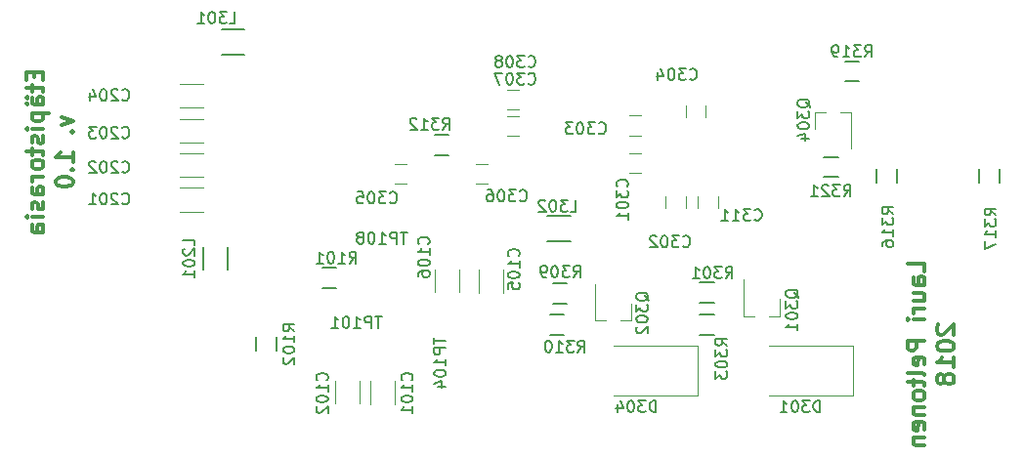
<source format=gbo>
G04 #@! TF.GenerationSoftware,KiCad,Pcbnew,(5.0.0)*
G04 #@! TF.CreationDate,2018-10-12T21:11:17+03:00*
G04 #@! TF.ProjectId,Pistoke,506973746F6B652E6B696361645F7063,rev?*
G04 #@! TF.SameCoordinates,Original*
G04 #@! TF.FileFunction,Legend,Bot*
G04 #@! TF.FilePolarity,Positive*
%FSLAX46Y46*%
G04 Gerber Fmt 4.6, Leading zero omitted, Abs format (unit mm)*
G04 Created by KiCad (PCBNEW (5.0.0)) date 10/12/18 21:11:17*
%MOMM*%
%LPD*%
G01*
G04 APERTURE LIST*
%ADD10C,0.300000*%
%ADD11C,0.120000*%
%ADD12C,0.150000*%
G04 APERTURE END LIST*
D10*
X134063571Y-87461428D02*
X134063571Y-86747142D01*
X132563571Y-86747142D01*
X134063571Y-88604285D02*
X133277857Y-88604285D01*
X133135000Y-88532857D01*
X133063571Y-88390000D01*
X133063571Y-88104285D01*
X133135000Y-87961428D01*
X133992142Y-88604285D02*
X134063571Y-88461428D01*
X134063571Y-88104285D01*
X133992142Y-87961428D01*
X133849285Y-87890000D01*
X133706428Y-87890000D01*
X133563571Y-87961428D01*
X133492142Y-88104285D01*
X133492142Y-88461428D01*
X133420714Y-88604285D01*
X133063571Y-89961428D02*
X134063571Y-89961428D01*
X133063571Y-89318571D02*
X133849285Y-89318571D01*
X133992142Y-89390000D01*
X134063571Y-89532857D01*
X134063571Y-89747142D01*
X133992142Y-89890000D01*
X133920714Y-89961428D01*
X134063571Y-90675714D02*
X133063571Y-90675714D01*
X133349285Y-90675714D02*
X133206428Y-90747142D01*
X133135000Y-90818571D01*
X133063571Y-90961428D01*
X133063571Y-91104285D01*
X134063571Y-91604285D02*
X133063571Y-91604285D01*
X132563571Y-91604285D02*
X132635000Y-91532857D01*
X132706428Y-91604285D01*
X132635000Y-91675714D01*
X132563571Y-91604285D01*
X132706428Y-91604285D01*
X134063571Y-93461428D02*
X132563571Y-93461428D01*
X132563571Y-94032857D01*
X132635000Y-94175714D01*
X132706428Y-94247142D01*
X132849285Y-94318571D01*
X133063571Y-94318571D01*
X133206428Y-94247142D01*
X133277857Y-94175714D01*
X133349285Y-94032857D01*
X133349285Y-93461428D01*
X133992142Y-95532857D02*
X134063571Y-95390000D01*
X134063571Y-95104285D01*
X133992142Y-94961428D01*
X133849285Y-94890000D01*
X133277857Y-94890000D01*
X133135000Y-94961428D01*
X133063571Y-95104285D01*
X133063571Y-95390000D01*
X133135000Y-95532857D01*
X133277857Y-95604285D01*
X133420714Y-95604285D01*
X133563571Y-94890000D01*
X134063571Y-96461428D02*
X133992142Y-96318571D01*
X133849285Y-96247142D01*
X132563571Y-96247142D01*
X133063571Y-96818571D02*
X133063571Y-97390000D01*
X132563571Y-97032857D02*
X133849285Y-97032857D01*
X133992142Y-97104285D01*
X134063571Y-97247142D01*
X134063571Y-97390000D01*
X134063571Y-98104285D02*
X133992142Y-97961428D01*
X133920714Y-97890000D01*
X133777857Y-97818571D01*
X133349285Y-97818571D01*
X133206428Y-97890000D01*
X133135000Y-97961428D01*
X133063571Y-98104285D01*
X133063571Y-98318571D01*
X133135000Y-98461428D01*
X133206428Y-98532857D01*
X133349285Y-98604285D01*
X133777857Y-98604285D01*
X133920714Y-98532857D01*
X133992142Y-98461428D01*
X134063571Y-98318571D01*
X134063571Y-98104285D01*
X133063571Y-99247142D02*
X134063571Y-99247142D01*
X133206428Y-99247142D02*
X133135000Y-99318571D01*
X133063571Y-99461428D01*
X133063571Y-99675714D01*
X133135000Y-99818571D01*
X133277857Y-99890000D01*
X134063571Y-99890000D01*
X133992142Y-101175714D02*
X134063571Y-101032857D01*
X134063571Y-100747142D01*
X133992142Y-100604285D01*
X133849285Y-100532857D01*
X133277857Y-100532857D01*
X133135000Y-100604285D01*
X133063571Y-100747142D01*
X133063571Y-101032857D01*
X133135000Y-101175714D01*
X133277857Y-101247142D01*
X133420714Y-101247142D01*
X133563571Y-100532857D01*
X133063571Y-101890000D02*
X134063571Y-101890000D01*
X133206428Y-101890000D02*
X133135000Y-101961428D01*
X133063571Y-102104285D01*
X133063571Y-102318571D01*
X133135000Y-102461428D01*
X133277857Y-102532857D01*
X134063571Y-102532857D01*
X135256428Y-92068571D02*
X135185000Y-92140000D01*
X135113571Y-92282857D01*
X135113571Y-92640000D01*
X135185000Y-92782857D01*
X135256428Y-92854285D01*
X135399285Y-92925714D01*
X135542142Y-92925714D01*
X135756428Y-92854285D01*
X136613571Y-91997142D01*
X136613571Y-92925714D01*
X135113571Y-93854285D02*
X135113571Y-93997142D01*
X135185000Y-94140000D01*
X135256428Y-94211428D01*
X135399285Y-94282857D01*
X135685000Y-94354285D01*
X136042142Y-94354285D01*
X136327857Y-94282857D01*
X136470714Y-94211428D01*
X136542142Y-94140000D01*
X136613571Y-93997142D01*
X136613571Y-93854285D01*
X136542142Y-93711428D01*
X136470714Y-93640000D01*
X136327857Y-93568571D01*
X136042142Y-93497142D01*
X135685000Y-93497142D01*
X135399285Y-93568571D01*
X135256428Y-93640000D01*
X135185000Y-93711428D01*
X135113571Y-93854285D01*
X136613571Y-95782857D02*
X136613571Y-94925714D01*
X136613571Y-95354285D02*
X135113571Y-95354285D01*
X135327857Y-95211428D01*
X135470714Y-95068571D01*
X135542142Y-94925714D01*
X135756428Y-96640000D02*
X135685000Y-96497142D01*
X135613571Y-96425714D01*
X135470714Y-96354285D01*
X135399285Y-96354285D01*
X135256428Y-96425714D01*
X135185000Y-96497142D01*
X135113571Y-96640000D01*
X135113571Y-96925714D01*
X135185000Y-97068571D01*
X135256428Y-97140000D01*
X135399285Y-97211428D01*
X135470714Y-97211428D01*
X135613571Y-97140000D01*
X135685000Y-97068571D01*
X135756428Y-96925714D01*
X135756428Y-96640000D01*
X135827857Y-96497142D01*
X135899285Y-96425714D01*
X136042142Y-96354285D01*
X136327857Y-96354285D01*
X136470714Y-96425714D01*
X136542142Y-96497142D01*
X136613571Y-96640000D01*
X136613571Y-96925714D01*
X136542142Y-97068571D01*
X136470714Y-97140000D01*
X136327857Y-97211428D01*
X136042142Y-97211428D01*
X135899285Y-97140000D01*
X135827857Y-97068571D01*
X135756428Y-96925714D01*
X56917857Y-70145714D02*
X56917857Y-70645714D01*
X57703571Y-70860000D02*
X57703571Y-70145714D01*
X56203571Y-70145714D01*
X56203571Y-70860000D01*
X56703571Y-71288571D02*
X56703571Y-71860000D01*
X56203571Y-71502857D02*
X57489285Y-71502857D01*
X57632142Y-71574285D01*
X57703571Y-71717142D01*
X57703571Y-71860000D01*
X57703571Y-73002857D02*
X56917857Y-73002857D01*
X56775000Y-72931428D01*
X56703571Y-72788571D01*
X56703571Y-72502857D01*
X56775000Y-72360000D01*
X57632142Y-73002857D02*
X57703571Y-72860000D01*
X57703571Y-72502857D01*
X57632142Y-72360000D01*
X57489285Y-72288571D01*
X57346428Y-72288571D01*
X57203571Y-72360000D01*
X57132142Y-72502857D01*
X57132142Y-72860000D01*
X57060714Y-73002857D01*
X56203571Y-72360000D02*
X56275000Y-72431428D01*
X56346428Y-72360000D01*
X56275000Y-72288571D01*
X56203571Y-72360000D01*
X56346428Y-72360000D01*
X56203571Y-72931428D02*
X56275000Y-73002857D01*
X56346428Y-72931428D01*
X56275000Y-72860000D01*
X56203571Y-72931428D01*
X56346428Y-72931428D01*
X56703571Y-73717142D02*
X58203571Y-73717142D01*
X56775000Y-73717142D02*
X56703571Y-73860000D01*
X56703571Y-74145714D01*
X56775000Y-74288571D01*
X56846428Y-74360000D01*
X56989285Y-74431428D01*
X57417857Y-74431428D01*
X57560714Y-74360000D01*
X57632142Y-74288571D01*
X57703571Y-74145714D01*
X57703571Y-73860000D01*
X57632142Y-73717142D01*
X57703571Y-75074285D02*
X56703571Y-75074285D01*
X56203571Y-75074285D02*
X56275000Y-75002857D01*
X56346428Y-75074285D01*
X56275000Y-75145714D01*
X56203571Y-75074285D01*
X56346428Y-75074285D01*
X57632142Y-75717142D02*
X57703571Y-75860000D01*
X57703571Y-76145714D01*
X57632142Y-76288571D01*
X57489285Y-76360000D01*
X57417857Y-76360000D01*
X57275000Y-76288571D01*
X57203571Y-76145714D01*
X57203571Y-75931428D01*
X57132142Y-75788571D01*
X56989285Y-75717142D01*
X56917857Y-75717142D01*
X56775000Y-75788571D01*
X56703571Y-75931428D01*
X56703571Y-76145714D01*
X56775000Y-76288571D01*
X56703571Y-76788571D02*
X56703571Y-77360000D01*
X56203571Y-77002857D02*
X57489285Y-77002857D01*
X57632142Y-77074285D01*
X57703571Y-77217142D01*
X57703571Y-77360000D01*
X57703571Y-78074285D02*
X57632142Y-77931428D01*
X57560714Y-77860000D01*
X57417857Y-77788571D01*
X56989285Y-77788571D01*
X56846428Y-77860000D01*
X56775000Y-77931428D01*
X56703571Y-78074285D01*
X56703571Y-78288571D01*
X56775000Y-78431428D01*
X56846428Y-78502857D01*
X56989285Y-78574285D01*
X57417857Y-78574285D01*
X57560714Y-78502857D01*
X57632142Y-78431428D01*
X57703571Y-78288571D01*
X57703571Y-78074285D01*
X57703571Y-79217142D02*
X56703571Y-79217142D01*
X56989285Y-79217142D02*
X56846428Y-79288571D01*
X56775000Y-79360000D01*
X56703571Y-79502857D01*
X56703571Y-79645714D01*
X57703571Y-80788571D02*
X56917857Y-80788571D01*
X56775000Y-80717142D01*
X56703571Y-80574285D01*
X56703571Y-80288571D01*
X56775000Y-80145714D01*
X57632142Y-80788571D02*
X57703571Y-80645714D01*
X57703571Y-80288571D01*
X57632142Y-80145714D01*
X57489285Y-80074285D01*
X57346428Y-80074285D01*
X57203571Y-80145714D01*
X57132142Y-80288571D01*
X57132142Y-80645714D01*
X57060714Y-80788571D01*
X57632142Y-81431428D02*
X57703571Y-81574285D01*
X57703571Y-81860000D01*
X57632142Y-82002857D01*
X57489285Y-82074285D01*
X57417857Y-82074285D01*
X57275000Y-82002857D01*
X57203571Y-81860000D01*
X57203571Y-81645714D01*
X57132142Y-81502857D01*
X56989285Y-81431428D01*
X56917857Y-81431428D01*
X56775000Y-81502857D01*
X56703571Y-81645714D01*
X56703571Y-81860000D01*
X56775000Y-82002857D01*
X57703571Y-82717142D02*
X56703571Y-82717142D01*
X56203571Y-82717142D02*
X56275000Y-82645714D01*
X56346428Y-82717142D01*
X56275000Y-82788571D01*
X56203571Y-82717142D01*
X56346428Y-82717142D01*
X57703571Y-84074285D02*
X56917857Y-84074285D01*
X56775000Y-84002857D01*
X56703571Y-83860000D01*
X56703571Y-83574285D01*
X56775000Y-83431428D01*
X57632142Y-84074285D02*
X57703571Y-83931428D01*
X57703571Y-83574285D01*
X57632142Y-83431428D01*
X57489285Y-83360000D01*
X57346428Y-83360000D01*
X57203571Y-83431428D01*
X57132142Y-83574285D01*
X57132142Y-83931428D01*
X57060714Y-84074285D01*
X59253571Y-74038571D02*
X60253571Y-74395714D01*
X59253571Y-74752857D01*
X60110714Y-75324285D02*
X60182142Y-75395714D01*
X60253571Y-75324285D01*
X60182142Y-75252857D01*
X60110714Y-75324285D01*
X60253571Y-75324285D01*
X60253571Y-77967142D02*
X60253571Y-77110000D01*
X60253571Y-77538571D02*
X58753571Y-77538571D01*
X58967857Y-77395714D01*
X59110714Y-77252857D01*
X59182142Y-77110000D01*
X60110714Y-78610000D02*
X60182142Y-78681428D01*
X60253571Y-78610000D01*
X60182142Y-78538571D01*
X60110714Y-78610000D01*
X60253571Y-78610000D01*
X58753571Y-79610000D02*
X58753571Y-79752857D01*
X58825000Y-79895714D01*
X58896428Y-79967142D01*
X59039285Y-80038571D01*
X59325000Y-80110000D01*
X59682142Y-80110000D01*
X59967857Y-80038571D01*
X60110714Y-79967142D01*
X60182142Y-79895714D01*
X60253571Y-79752857D01*
X60253571Y-79610000D01*
X60182142Y-79467142D01*
X60110714Y-79395714D01*
X59967857Y-79324285D01*
X59682142Y-79252857D01*
X59325000Y-79252857D01*
X59039285Y-79324285D01*
X58896428Y-79395714D01*
X58825000Y-79467142D01*
X58753571Y-79610000D01*
D11*
G04 #@! TO.C,C311*
X116128000Y-80942000D02*
X116128000Y-81942000D01*
X114428000Y-81942000D02*
X114428000Y-80942000D01*
G04 #@! TO.C,C307*
X97900000Y-73958000D02*
X98900000Y-73958000D01*
X98900000Y-75658000D02*
X97900000Y-75658000D01*
G04 #@! TO.C,C306*
X95175571Y-78164775D02*
X96175571Y-78164775D01*
X96175571Y-79864775D02*
X95175571Y-79864775D01*
G04 #@! TO.C,C304*
X113400000Y-74068000D02*
X113400000Y-73068000D01*
X115100000Y-73068000D02*
X115100000Y-74068000D01*
G04 #@! TO.C,C303*
X109500000Y-75650000D02*
X108500000Y-75650000D01*
X108500000Y-73950000D02*
X109500000Y-73950000D01*
G04 #@! TO.C,C302*
X113334000Y-80942000D02*
X113334000Y-81942000D01*
X111634000Y-81942000D02*
X111634000Y-80942000D01*
G04 #@! TO.C,C301*
X109500000Y-78900000D02*
X108500000Y-78900000D01*
X108500000Y-77200000D02*
X109500000Y-77200000D01*
G04 #@! TO.C,C308*
X97900000Y-71708000D02*
X98900000Y-71708000D01*
X98900000Y-73408000D02*
X97900000Y-73408000D01*
G04 #@! TO.C,C305*
X89175571Y-79864775D02*
X88175571Y-79864775D01*
X88175571Y-78164775D02*
X89175571Y-78164775D01*
G04 #@! TO.C,C202*
X71540000Y-79265000D02*
X69540000Y-79265000D01*
X69540000Y-77215000D02*
X71540000Y-77215000D01*
G04 #@! TO.C,D301*
X127886000Y-93900000D02*
X120586000Y-93900000D01*
X127886000Y-98200000D02*
X120586000Y-98200000D01*
X127886000Y-93900000D02*
X127886000Y-98200000D01*
G04 #@! TO.C,D304*
X114378000Y-93900000D02*
X107078000Y-93900000D01*
X114378000Y-98200000D02*
X107078000Y-98200000D01*
X114378000Y-93900000D02*
X114378000Y-98200000D01*
G04 #@! TO.C,Q301*
X121524000Y-91311000D02*
X121524000Y-89851000D01*
X118364000Y-91311000D02*
X118364000Y-88151000D01*
X118364000Y-91311000D02*
X119294000Y-91311000D01*
X121524000Y-91311000D02*
X120594000Y-91311000D01*
G04 #@! TO.C,Q302*
X108641000Y-91692000D02*
X108641000Y-90232000D01*
X105481000Y-91692000D02*
X105481000Y-88532000D01*
X105481000Y-91692000D02*
X106411000Y-91692000D01*
X108641000Y-91692000D02*
X107711000Y-91692000D01*
D12*
G04 #@! TO.C,R301*
X115794000Y-88421000D02*
X114594000Y-88421000D01*
X114594000Y-90171000D02*
X115794000Y-90171000D01*
G04 #@! TO.C,R303*
X114594000Y-92921000D02*
X115794000Y-92921000D01*
X115794000Y-91171000D02*
X114594000Y-91171000D01*
G04 #@! TO.C,R309*
X103038688Y-88466636D02*
X101838688Y-88466636D01*
X101838688Y-90216636D02*
X103038688Y-90216636D01*
G04 #@! TO.C,R310*
X101588688Y-92966636D02*
X102788688Y-92966636D01*
X102788688Y-91216636D02*
X101588688Y-91216636D01*
G04 #@! TO.C,R312*
X92775571Y-75639775D02*
X91575571Y-75639775D01*
X91575571Y-77389775D02*
X92775571Y-77389775D01*
D11*
G04 #@! TO.C,Q304*
X124531000Y-73662000D02*
X124531000Y-75122000D01*
X127691000Y-73662000D02*
X127691000Y-76822000D01*
X127691000Y-73662000D02*
X126761000Y-73662000D01*
X124531000Y-73662000D02*
X125461000Y-73662000D01*
D12*
G04 #@! TO.C,R316*
X129897000Y-78556000D02*
X129897000Y-79756000D01*
X131647000Y-79756000D02*
X131647000Y-78556000D01*
G04 #@! TO.C,R317*
X138787000Y-78556000D02*
X138787000Y-79756000D01*
X140537000Y-79756000D02*
X140537000Y-78556000D01*
G04 #@! TO.C,R319*
X127162000Y-70979000D02*
X128362000Y-70979000D01*
X128362000Y-69229000D02*
X127162000Y-69229000D01*
G04 #@! TO.C,R321*
X125346000Y-79269000D02*
X126546000Y-79269000D01*
X126546000Y-77519000D02*
X125346000Y-77519000D01*
D11*
G04 #@! TO.C,C101*
X88109000Y-96952000D02*
X88109000Y-98952000D01*
X86059000Y-98952000D02*
X86059000Y-96952000D01*
G04 #@! TO.C,C102*
X85061000Y-96920000D02*
X85061000Y-98920000D01*
X83011000Y-98920000D02*
X83011000Y-96920000D01*
G04 #@! TO.C,C201*
X71540000Y-82265000D02*
X69540000Y-82265000D01*
X69540000Y-80215000D02*
X71540000Y-80215000D01*
G04 #@! TO.C,C203*
X71540000Y-76265000D02*
X69540000Y-76265000D01*
X69540000Y-74215000D02*
X71540000Y-74215000D01*
G04 #@! TO.C,C204*
X71540000Y-73265000D02*
X69540000Y-73265000D01*
X69540000Y-71215000D02*
X71540000Y-71215000D01*
D12*
G04 #@! TO.C,L201*
X73675000Y-87325000D02*
X73675000Y-85325000D01*
X71525000Y-85325000D02*
X71525000Y-87325000D01*
G04 #@! TO.C,L301*
X73125000Y-68650000D02*
X75125000Y-68650000D01*
X75125000Y-66500000D02*
X73125000Y-66500000D01*
D11*
G04 #@! TO.C,C105*
X95457000Y-89300000D02*
X95457000Y-87300000D01*
X97507000Y-87300000D02*
X97507000Y-89300000D01*
G04 #@! TO.C,C106*
X91647000Y-89268000D02*
X91647000Y-87268000D01*
X93697000Y-87268000D02*
X93697000Y-89268000D01*
D12*
G04 #@! TO.C,L302*
X101356000Y-84803000D02*
X103356000Y-84803000D01*
X103356000Y-82653000D02*
X101356000Y-82653000D01*
G04 #@! TO.C,R101*
X83100000Y-87125000D02*
X81900000Y-87125000D01*
X81900000Y-88875000D02*
X83100000Y-88875000D01*
G04 #@! TO.C,R102*
X76125000Y-93150000D02*
X76125000Y-94350000D01*
X77875000Y-94350000D02*
X77875000Y-93150000D01*
G04 #@! TO.C,C311*
X119319047Y-82957142D02*
X119366666Y-83004761D01*
X119509523Y-83052380D01*
X119604761Y-83052380D01*
X119747619Y-83004761D01*
X119842857Y-82909523D01*
X119890476Y-82814285D01*
X119938095Y-82623809D01*
X119938095Y-82480952D01*
X119890476Y-82290476D01*
X119842857Y-82195238D01*
X119747619Y-82100000D01*
X119604761Y-82052380D01*
X119509523Y-82052380D01*
X119366666Y-82100000D01*
X119319047Y-82147619D01*
X118985714Y-82052380D02*
X118366666Y-82052380D01*
X118700000Y-82433333D01*
X118557142Y-82433333D01*
X118461904Y-82480952D01*
X118414285Y-82528571D01*
X118366666Y-82623809D01*
X118366666Y-82861904D01*
X118414285Y-82957142D01*
X118461904Y-83004761D01*
X118557142Y-83052380D01*
X118842857Y-83052380D01*
X118938095Y-83004761D01*
X118985714Y-82957142D01*
X117414285Y-83052380D02*
X117985714Y-83052380D01*
X117700000Y-83052380D02*
X117700000Y-82052380D01*
X117795238Y-82195238D01*
X117890476Y-82290476D01*
X117985714Y-82338095D01*
X116461904Y-83052380D02*
X117033333Y-83052380D01*
X116747619Y-83052380D02*
X116747619Y-82052380D01*
X116842857Y-82195238D01*
X116938095Y-82290476D01*
X117033333Y-82338095D01*
G04 #@! TO.C,C307*
X99719047Y-71157142D02*
X99766666Y-71204761D01*
X99909523Y-71252380D01*
X100004761Y-71252380D01*
X100147619Y-71204761D01*
X100242857Y-71109523D01*
X100290476Y-71014285D01*
X100338095Y-70823809D01*
X100338095Y-70680952D01*
X100290476Y-70490476D01*
X100242857Y-70395238D01*
X100147619Y-70300000D01*
X100004761Y-70252380D01*
X99909523Y-70252380D01*
X99766666Y-70300000D01*
X99719047Y-70347619D01*
X99385714Y-70252380D02*
X98766666Y-70252380D01*
X99100000Y-70633333D01*
X98957142Y-70633333D01*
X98861904Y-70680952D01*
X98814285Y-70728571D01*
X98766666Y-70823809D01*
X98766666Y-71061904D01*
X98814285Y-71157142D01*
X98861904Y-71204761D01*
X98957142Y-71252380D01*
X99242857Y-71252380D01*
X99338095Y-71204761D01*
X99385714Y-71157142D01*
X98147619Y-70252380D02*
X98052380Y-70252380D01*
X97957142Y-70300000D01*
X97909523Y-70347619D01*
X97861904Y-70442857D01*
X97814285Y-70633333D01*
X97814285Y-70871428D01*
X97861904Y-71061904D01*
X97909523Y-71157142D01*
X97957142Y-71204761D01*
X98052380Y-71252380D01*
X98147619Y-71252380D01*
X98242857Y-71204761D01*
X98290476Y-71157142D01*
X98338095Y-71061904D01*
X98385714Y-70871428D01*
X98385714Y-70633333D01*
X98338095Y-70442857D01*
X98290476Y-70347619D01*
X98242857Y-70300000D01*
X98147619Y-70252380D01*
X97480952Y-70252380D02*
X96814285Y-70252380D01*
X97242857Y-71252380D01*
G04 #@! TO.C,C306*
X98979047Y-81287142D02*
X99026666Y-81334761D01*
X99169523Y-81382380D01*
X99264761Y-81382380D01*
X99407619Y-81334761D01*
X99502857Y-81239523D01*
X99550476Y-81144285D01*
X99598095Y-80953809D01*
X99598095Y-80810952D01*
X99550476Y-80620476D01*
X99502857Y-80525238D01*
X99407619Y-80430000D01*
X99264761Y-80382380D01*
X99169523Y-80382380D01*
X99026666Y-80430000D01*
X98979047Y-80477619D01*
X98645714Y-80382380D02*
X98026666Y-80382380D01*
X98360000Y-80763333D01*
X98217142Y-80763333D01*
X98121904Y-80810952D01*
X98074285Y-80858571D01*
X98026666Y-80953809D01*
X98026666Y-81191904D01*
X98074285Y-81287142D01*
X98121904Y-81334761D01*
X98217142Y-81382380D01*
X98502857Y-81382380D01*
X98598095Y-81334761D01*
X98645714Y-81287142D01*
X97407619Y-80382380D02*
X97312380Y-80382380D01*
X97217142Y-80430000D01*
X97169523Y-80477619D01*
X97121904Y-80572857D01*
X97074285Y-80763333D01*
X97074285Y-81001428D01*
X97121904Y-81191904D01*
X97169523Y-81287142D01*
X97217142Y-81334761D01*
X97312380Y-81382380D01*
X97407619Y-81382380D01*
X97502857Y-81334761D01*
X97550476Y-81287142D01*
X97598095Y-81191904D01*
X97645714Y-81001428D01*
X97645714Y-80763333D01*
X97598095Y-80572857D01*
X97550476Y-80477619D01*
X97502857Y-80430000D01*
X97407619Y-80382380D01*
X96217142Y-80382380D02*
X96407619Y-80382380D01*
X96502857Y-80430000D01*
X96550476Y-80477619D01*
X96645714Y-80620476D01*
X96693333Y-80810952D01*
X96693333Y-81191904D01*
X96645714Y-81287142D01*
X96598095Y-81334761D01*
X96502857Y-81382380D01*
X96312380Y-81382380D01*
X96217142Y-81334761D01*
X96169523Y-81287142D01*
X96121904Y-81191904D01*
X96121904Y-80953809D01*
X96169523Y-80858571D01*
X96217142Y-80810952D01*
X96312380Y-80763333D01*
X96502857Y-80763333D01*
X96598095Y-80810952D01*
X96645714Y-80858571D01*
X96693333Y-80953809D01*
G04 #@! TO.C,C304*
X113719047Y-70757142D02*
X113766666Y-70804761D01*
X113909523Y-70852380D01*
X114004761Y-70852380D01*
X114147619Y-70804761D01*
X114242857Y-70709523D01*
X114290476Y-70614285D01*
X114338095Y-70423809D01*
X114338095Y-70280952D01*
X114290476Y-70090476D01*
X114242857Y-69995238D01*
X114147619Y-69900000D01*
X114004761Y-69852380D01*
X113909523Y-69852380D01*
X113766666Y-69900000D01*
X113719047Y-69947619D01*
X113385714Y-69852380D02*
X112766666Y-69852380D01*
X113100000Y-70233333D01*
X112957142Y-70233333D01*
X112861904Y-70280952D01*
X112814285Y-70328571D01*
X112766666Y-70423809D01*
X112766666Y-70661904D01*
X112814285Y-70757142D01*
X112861904Y-70804761D01*
X112957142Y-70852380D01*
X113242857Y-70852380D01*
X113338095Y-70804761D01*
X113385714Y-70757142D01*
X112147619Y-69852380D02*
X112052380Y-69852380D01*
X111957142Y-69900000D01*
X111909523Y-69947619D01*
X111861904Y-70042857D01*
X111814285Y-70233333D01*
X111814285Y-70471428D01*
X111861904Y-70661904D01*
X111909523Y-70757142D01*
X111957142Y-70804761D01*
X112052380Y-70852380D01*
X112147619Y-70852380D01*
X112242857Y-70804761D01*
X112290476Y-70757142D01*
X112338095Y-70661904D01*
X112385714Y-70471428D01*
X112385714Y-70233333D01*
X112338095Y-70042857D01*
X112290476Y-69947619D01*
X112242857Y-69900000D01*
X112147619Y-69852380D01*
X110957142Y-70185714D02*
X110957142Y-70852380D01*
X111195238Y-69804761D02*
X111433333Y-70519047D01*
X110814285Y-70519047D01*
G04 #@! TO.C,C303*
X105819047Y-75437142D02*
X105866666Y-75484761D01*
X106009523Y-75532380D01*
X106104761Y-75532380D01*
X106247619Y-75484761D01*
X106342857Y-75389523D01*
X106390476Y-75294285D01*
X106438095Y-75103809D01*
X106438095Y-74960952D01*
X106390476Y-74770476D01*
X106342857Y-74675238D01*
X106247619Y-74580000D01*
X106104761Y-74532380D01*
X106009523Y-74532380D01*
X105866666Y-74580000D01*
X105819047Y-74627619D01*
X105485714Y-74532380D02*
X104866666Y-74532380D01*
X105200000Y-74913333D01*
X105057142Y-74913333D01*
X104961904Y-74960952D01*
X104914285Y-75008571D01*
X104866666Y-75103809D01*
X104866666Y-75341904D01*
X104914285Y-75437142D01*
X104961904Y-75484761D01*
X105057142Y-75532380D01*
X105342857Y-75532380D01*
X105438095Y-75484761D01*
X105485714Y-75437142D01*
X104247619Y-74532380D02*
X104152380Y-74532380D01*
X104057142Y-74580000D01*
X104009523Y-74627619D01*
X103961904Y-74722857D01*
X103914285Y-74913333D01*
X103914285Y-75151428D01*
X103961904Y-75341904D01*
X104009523Y-75437142D01*
X104057142Y-75484761D01*
X104152380Y-75532380D01*
X104247619Y-75532380D01*
X104342857Y-75484761D01*
X104390476Y-75437142D01*
X104438095Y-75341904D01*
X104485714Y-75151428D01*
X104485714Y-74913333D01*
X104438095Y-74722857D01*
X104390476Y-74627619D01*
X104342857Y-74580000D01*
X104247619Y-74532380D01*
X103580952Y-74532380D02*
X102961904Y-74532380D01*
X103295238Y-74913333D01*
X103152380Y-74913333D01*
X103057142Y-74960952D01*
X103009523Y-75008571D01*
X102961904Y-75103809D01*
X102961904Y-75341904D01*
X103009523Y-75437142D01*
X103057142Y-75484761D01*
X103152380Y-75532380D01*
X103438095Y-75532380D01*
X103533333Y-75484761D01*
X103580952Y-75437142D01*
G04 #@! TO.C,C302*
X113119047Y-85257142D02*
X113166666Y-85304761D01*
X113309523Y-85352380D01*
X113404761Y-85352380D01*
X113547619Y-85304761D01*
X113642857Y-85209523D01*
X113690476Y-85114285D01*
X113738095Y-84923809D01*
X113738095Y-84780952D01*
X113690476Y-84590476D01*
X113642857Y-84495238D01*
X113547619Y-84400000D01*
X113404761Y-84352380D01*
X113309523Y-84352380D01*
X113166666Y-84400000D01*
X113119047Y-84447619D01*
X112785714Y-84352380D02*
X112166666Y-84352380D01*
X112500000Y-84733333D01*
X112357142Y-84733333D01*
X112261904Y-84780952D01*
X112214285Y-84828571D01*
X112166666Y-84923809D01*
X112166666Y-85161904D01*
X112214285Y-85257142D01*
X112261904Y-85304761D01*
X112357142Y-85352380D01*
X112642857Y-85352380D01*
X112738095Y-85304761D01*
X112785714Y-85257142D01*
X111547619Y-84352380D02*
X111452380Y-84352380D01*
X111357142Y-84400000D01*
X111309523Y-84447619D01*
X111261904Y-84542857D01*
X111214285Y-84733333D01*
X111214285Y-84971428D01*
X111261904Y-85161904D01*
X111309523Y-85257142D01*
X111357142Y-85304761D01*
X111452380Y-85352380D01*
X111547619Y-85352380D01*
X111642857Y-85304761D01*
X111690476Y-85257142D01*
X111738095Y-85161904D01*
X111785714Y-84971428D01*
X111785714Y-84733333D01*
X111738095Y-84542857D01*
X111690476Y-84447619D01*
X111642857Y-84400000D01*
X111547619Y-84352380D01*
X110833333Y-84447619D02*
X110785714Y-84400000D01*
X110690476Y-84352380D01*
X110452380Y-84352380D01*
X110357142Y-84400000D01*
X110309523Y-84447619D01*
X110261904Y-84542857D01*
X110261904Y-84638095D01*
X110309523Y-84780952D01*
X110880952Y-85352380D01*
X110261904Y-85352380D01*
G04 #@! TO.C,C301*
X108257142Y-80080952D02*
X108304761Y-80033333D01*
X108352380Y-79890476D01*
X108352380Y-79795238D01*
X108304761Y-79652380D01*
X108209523Y-79557142D01*
X108114285Y-79509523D01*
X107923809Y-79461904D01*
X107780952Y-79461904D01*
X107590476Y-79509523D01*
X107495238Y-79557142D01*
X107400000Y-79652380D01*
X107352380Y-79795238D01*
X107352380Y-79890476D01*
X107400000Y-80033333D01*
X107447619Y-80080952D01*
X107352380Y-80414285D02*
X107352380Y-81033333D01*
X107733333Y-80700000D01*
X107733333Y-80842857D01*
X107780952Y-80938095D01*
X107828571Y-80985714D01*
X107923809Y-81033333D01*
X108161904Y-81033333D01*
X108257142Y-80985714D01*
X108304761Y-80938095D01*
X108352380Y-80842857D01*
X108352380Y-80557142D01*
X108304761Y-80461904D01*
X108257142Y-80414285D01*
X107352380Y-81652380D02*
X107352380Y-81747619D01*
X107400000Y-81842857D01*
X107447619Y-81890476D01*
X107542857Y-81938095D01*
X107733333Y-81985714D01*
X107971428Y-81985714D01*
X108161904Y-81938095D01*
X108257142Y-81890476D01*
X108304761Y-81842857D01*
X108352380Y-81747619D01*
X108352380Y-81652380D01*
X108304761Y-81557142D01*
X108257142Y-81509523D01*
X108161904Y-81461904D01*
X107971428Y-81414285D01*
X107733333Y-81414285D01*
X107542857Y-81461904D01*
X107447619Y-81509523D01*
X107400000Y-81557142D01*
X107352380Y-81652380D01*
X108352380Y-82938095D02*
X108352380Y-82366666D01*
X108352380Y-82652380D02*
X107352380Y-82652380D01*
X107495238Y-82557142D01*
X107590476Y-82461904D01*
X107638095Y-82366666D01*
G04 #@! TO.C,C308*
X99719047Y-69657142D02*
X99766666Y-69704761D01*
X99909523Y-69752380D01*
X100004761Y-69752380D01*
X100147619Y-69704761D01*
X100242857Y-69609523D01*
X100290476Y-69514285D01*
X100338095Y-69323809D01*
X100338095Y-69180952D01*
X100290476Y-68990476D01*
X100242857Y-68895238D01*
X100147619Y-68800000D01*
X100004761Y-68752380D01*
X99909523Y-68752380D01*
X99766666Y-68800000D01*
X99719047Y-68847619D01*
X99385714Y-68752380D02*
X98766666Y-68752380D01*
X99100000Y-69133333D01*
X98957142Y-69133333D01*
X98861904Y-69180952D01*
X98814285Y-69228571D01*
X98766666Y-69323809D01*
X98766666Y-69561904D01*
X98814285Y-69657142D01*
X98861904Y-69704761D01*
X98957142Y-69752380D01*
X99242857Y-69752380D01*
X99338095Y-69704761D01*
X99385714Y-69657142D01*
X98147619Y-68752380D02*
X98052380Y-68752380D01*
X97957142Y-68800000D01*
X97909523Y-68847619D01*
X97861904Y-68942857D01*
X97814285Y-69133333D01*
X97814285Y-69371428D01*
X97861904Y-69561904D01*
X97909523Y-69657142D01*
X97957142Y-69704761D01*
X98052380Y-69752380D01*
X98147619Y-69752380D01*
X98242857Y-69704761D01*
X98290476Y-69657142D01*
X98338095Y-69561904D01*
X98385714Y-69371428D01*
X98385714Y-69133333D01*
X98338095Y-68942857D01*
X98290476Y-68847619D01*
X98242857Y-68800000D01*
X98147619Y-68752380D01*
X97242857Y-69180952D02*
X97338095Y-69133333D01*
X97385714Y-69085714D01*
X97433333Y-68990476D01*
X97433333Y-68942857D01*
X97385714Y-68847619D01*
X97338095Y-68800000D01*
X97242857Y-68752380D01*
X97052380Y-68752380D01*
X96957142Y-68800000D01*
X96909523Y-68847619D01*
X96861904Y-68942857D01*
X96861904Y-68990476D01*
X96909523Y-69085714D01*
X96957142Y-69133333D01*
X97052380Y-69180952D01*
X97242857Y-69180952D01*
X97338095Y-69228571D01*
X97385714Y-69276190D01*
X97433333Y-69371428D01*
X97433333Y-69561904D01*
X97385714Y-69657142D01*
X97338095Y-69704761D01*
X97242857Y-69752380D01*
X97052380Y-69752380D01*
X96957142Y-69704761D01*
X96909523Y-69657142D01*
X96861904Y-69561904D01*
X96861904Y-69371428D01*
X96909523Y-69276190D01*
X96957142Y-69228571D01*
X97052380Y-69180952D01*
G04 #@! TO.C,C305*
X87719047Y-81457142D02*
X87766666Y-81504761D01*
X87909523Y-81552380D01*
X88004761Y-81552380D01*
X88147619Y-81504761D01*
X88242857Y-81409523D01*
X88290476Y-81314285D01*
X88338095Y-81123809D01*
X88338095Y-80980952D01*
X88290476Y-80790476D01*
X88242857Y-80695238D01*
X88147619Y-80600000D01*
X88004761Y-80552380D01*
X87909523Y-80552380D01*
X87766666Y-80600000D01*
X87719047Y-80647619D01*
X87385714Y-80552380D02*
X86766666Y-80552380D01*
X87100000Y-80933333D01*
X86957142Y-80933333D01*
X86861904Y-80980952D01*
X86814285Y-81028571D01*
X86766666Y-81123809D01*
X86766666Y-81361904D01*
X86814285Y-81457142D01*
X86861904Y-81504761D01*
X86957142Y-81552380D01*
X87242857Y-81552380D01*
X87338095Y-81504761D01*
X87385714Y-81457142D01*
X86147619Y-80552380D02*
X86052380Y-80552380D01*
X85957142Y-80600000D01*
X85909523Y-80647619D01*
X85861904Y-80742857D01*
X85814285Y-80933333D01*
X85814285Y-81171428D01*
X85861904Y-81361904D01*
X85909523Y-81457142D01*
X85957142Y-81504761D01*
X86052380Y-81552380D01*
X86147619Y-81552380D01*
X86242857Y-81504761D01*
X86290476Y-81457142D01*
X86338095Y-81361904D01*
X86385714Y-81171428D01*
X86385714Y-80933333D01*
X86338095Y-80742857D01*
X86290476Y-80647619D01*
X86242857Y-80600000D01*
X86147619Y-80552380D01*
X84909523Y-80552380D02*
X85385714Y-80552380D01*
X85433333Y-81028571D01*
X85385714Y-80980952D01*
X85290476Y-80933333D01*
X85052380Y-80933333D01*
X84957142Y-80980952D01*
X84909523Y-81028571D01*
X84861904Y-81123809D01*
X84861904Y-81361904D01*
X84909523Y-81457142D01*
X84957142Y-81504761D01*
X85052380Y-81552380D01*
X85290476Y-81552380D01*
X85385714Y-81504761D01*
X85433333Y-81457142D01*
G04 #@! TO.C,C202*
X64519047Y-78807142D02*
X64566666Y-78854761D01*
X64709523Y-78902380D01*
X64804761Y-78902380D01*
X64947619Y-78854761D01*
X65042857Y-78759523D01*
X65090476Y-78664285D01*
X65138095Y-78473809D01*
X65138095Y-78330952D01*
X65090476Y-78140476D01*
X65042857Y-78045238D01*
X64947619Y-77950000D01*
X64804761Y-77902380D01*
X64709523Y-77902380D01*
X64566666Y-77950000D01*
X64519047Y-77997619D01*
X64138095Y-77997619D02*
X64090476Y-77950000D01*
X63995238Y-77902380D01*
X63757142Y-77902380D01*
X63661904Y-77950000D01*
X63614285Y-77997619D01*
X63566666Y-78092857D01*
X63566666Y-78188095D01*
X63614285Y-78330952D01*
X64185714Y-78902380D01*
X63566666Y-78902380D01*
X62947619Y-77902380D02*
X62852380Y-77902380D01*
X62757142Y-77950000D01*
X62709523Y-77997619D01*
X62661904Y-78092857D01*
X62614285Y-78283333D01*
X62614285Y-78521428D01*
X62661904Y-78711904D01*
X62709523Y-78807142D01*
X62757142Y-78854761D01*
X62852380Y-78902380D01*
X62947619Y-78902380D01*
X63042857Y-78854761D01*
X63090476Y-78807142D01*
X63138095Y-78711904D01*
X63185714Y-78521428D01*
X63185714Y-78283333D01*
X63138095Y-78092857D01*
X63090476Y-77997619D01*
X63042857Y-77950000D01*
X62947619Y-77902380D01*
X62233333Y-77997619D02*
X62185714Y-77950000D01*
X62090476Y-77902380D01*
X61852380Y-77902380D01*
X61757142Y-77950000D01*
X61709523Y-77997619D01*
X61661904Y-78092857D01*
X61661904Y-78188095D01*
X61709523Y-78330952D01*
X62280952Y-78902380D01*
X61661904Y-78902380D01*
G04 #@! TO.C,D301*
X124990476Y-99652380D02*
X124990476Y-98652380D01*
X124752380Y-98652380D01*
X124609523Y-98700000D01*
X124514285Y-98795238D01*
X124466666Y-98890476D01*
X124419047Y-99080952D01*
X124419047Y-99223809D01*
X124466666Y-99414285D01*
X124514285Y-99509523D01*
X124609523Y-99604761D01*
X124752380Y-99652380D01*
X124990476Y-99652380D01*
X124085714Y-98652380D02*
X123466666Y-98652380D01*
X123800000Y-99033333D01*
X123657142Y-99033333D01*
X123561904Y-99080952D01*
X123514285Y-99128571D01*
X123466666Y-99223809D01*
X123466666Y-99461904D01*
X123514285Y-99557142D01*
X123561904Y-99604761D01*
X123657142Y-99652380D01*
X123942857Y-99652380D01*
X124038095Y-99604761D01*
X124085714Y-99557142D01*
X122847619Y-98652380D02*
X122752380Y-98652380D01*
X122657142Y-98700000D01*
X122609523Y-98747619D01*
X122561904Y-98842857D01*
X122514285Y-99033333D01*
X122514285Y-99271428D01*
X122561904Y-99461904D01*
X122609523Y-99557142D01*
X122657142Y-99604761D01*
X122752380Y-99652380D01*
X122847619Y-99652380D01*
X122942857Y-99604761D01*
X122990476Y-99557142D01*
X123038095Y-99461904D01*
X123085714Y-99271428D01*
X123085714Y-99033333D01*
X123038095Y-98842857D01*
X122990476Y-98747619D01*
X122942857Y-98700000D01*
X122847619Y-98652380D01*
X121561904Y-99652380D02*
X122133333Y-99652380D01*
X121847619Y-99652380D02*
X121847619Y-98652380D01*
X121942857Y-98795238D01*
X122038095Y-98890476D01*
X122133333Y-98938095D01*
G04 #@! TO.C,D304*
X110790476Y-99652380D02*
X110790476Y-98652380D01*
X110552380Y-98652380D01*
X110409523Y-98700000D01*
X110314285Y-98795238D01*
X110266666Y-98890476D01*
X110219047Y-99080952D01*
X110219047Y-99223809D01*
X110266666Y-99414285D01*
X110314285Y-99509523D01*
X110409523Y-99604761D01*
X110552380Y-99652380D01*
X110790476Y-99652380D01*
X109885714Y-98652380D02*
X109266666Y-98652380D01*
X109600000Y-99033333D01*
X109457142Y-99033333D01*
X109361904Y-99080952D01*
X109314285Y-99128571D01*
X109266666Y-99223809D01*
X109266666Y-99461904D01*
X109314285Y-99557142D01*
X109361904Y-99604761D01*
X109457142Y-99652380D01*
X109742857Y-99652380D01*
X109838095Y-99604761D01*
X109885714Y-99557142D01*
X108647619Y-98652380D02*
X108552380Y-98652380D01*
X108457142Y-98700000D01*
X108409523Y-98747619D01*
X108361904Y-98842857D01*
X108314285Y-99033333D01*
X108314285Y-99271428D01*
X108361904Y-99461904D01*
X108409523Y-99557142D01*
X108457142Y-99604761D01*
X108552380Y-99652380D01*
X108647619Y-99652380D01*
X108742857Y-99604761D01*
X108790476Y-99557142D01*
X108838095Y-99461904D01*
X108885714Y-99271428D01*
X108885714Y-99033333D01*
X108838095Y-98842857D01*
X108790476Y-98747619D01*
X108742857Y-98700000D01*
X108647619Y-98652380D01*
X107457142Y-98985714D02*
X107457142Y-99652380D01*
X107695238Y-98604761D02*
X107933333Y-99319047D01*
X107314285Y-99319047D01*
G04 #@! TO.C,Q301*
X123147619Y-89752380D02*
X123100000Y-89657142D01*
X123004761Y-89561904D01*
X122861904Y-89419047D01*
X122814285Y-89323809D01*
X122814285Y-89228571D01*
X123052380Y-89276190D02*
X123004761Y-89180952D01*
X122909523Y-89085714D01*
X122719047Y-89038095D01*
X122385714Y-89038095D01*
X122195238Y-89085714D01*
X122100000Y-89180952D01*
X122052380Y-89276190D01*
X122052380Y-89466666D01*
X122100000Y-89561904D01*
X122195238Y-89657142D01*
X122385714Y-89704761D01*
X122719047Y-89704761D01*
X122909523Y-89657142D01*
X123004761Y-89561904D01*
X123052380Y-89466666D01*
X123052380Y-89276190D01*
X122052380Y-90038095D02*
X122052380Y-90657142D01*
X122433333Y-90323809D01*
X122433333Y-90466666D01*
X122480952Y-90561904D01*
X122528571Y-90609523D01*
X122623809Y-90657142D01*
X122861904Y-90657142D01*
X122957142Y-90609523D01*
X123004761Y-90561904D01*
X123052380Y-90466666D01*
X123052380Y-90180952D01*
X123004761Y-90085714D01*
X122957142Y-90038095D01*
X122052380Y-91276190D02*
X122052380Y-91371428D01*
X122100000Y-91466666D01*
X122147619Y-91514285D01*
X122242857Y-91561904D01*
X122433333Y-91609523D01*
X122671428Y-91609523D01*
X122861904Y-91561904D01*
X122957142Y-91514285D01*
X123004761Y-91466666D01*
X123052380Y-91371428D01*
X123052380Y-91276190D01*
X123004761Y-91180952D01*
X122957142Y-91133333D01*
X122861904Y-91085714D01*
X122671428Y-91038095D01*
X122433333Y-91038095D01*
X122242857Y-91085714D01*
X122147619Y-91133333D01*
X122100000Y-91180952D01*
X122052380Y-91276190D01*
X123052380Y-92561904D02*
X123052380Y-91990476D01*
X123052380Y-92276190D02*
X122052380Y-92276190D01*
X122195238Y-92180952D01*
X122290476Y-92085714D01*
X122338095Y-91990476D01*
G04 #@! TO.C,Q302*
X110148619Y-90011380D02*
X110101000Y-89916142D01*
X110005761Y-89820904D01*
X109862904Y-89678047D01*
X109815285Y-89582809D01*
X109815285Y-89487571D01*
X110053380Y-89535190D02*
X110005761Y-89439952D01*
X109910523Y-89344714D01*
X109720047Y-89297095D01*
X109386714Y-89297095D01*
X109196238Y-89344714D01*
X109101000Y-89439952D01*
X109053380Y-89535190D01*
X109053380Y-89725666D01*
X109101000Y-89820904D01*
X109196238Y-89916142D01*
X109386714Y-89963761D01*
X109720047Y-89963761D01*
X109910523Y-89916142D01*
X110005761Y-89820904D01*
X110053380Y-89725666D01*
X110053380Y-89535190D01*
X109053380Y-90297095D02*
X109053380Y-90916142D01*
X109434333Y-90582809D01*
X109434333Y-90725666D01*
X109481952Y-90820904D01*
X109529571Y-90868523D01*
X109624809Y-90916142D01*
X109862904Y-90916142D01*
X109958142Y-90868523D01*
X110005761Y-90820904D01*
X110053380Y-90725666D01*
X110053380Y-90439952D01*
X110005761Y-90344714D01*
X109958142Y-90297095D01*
X109053380Y-91535190D02*
X109053380Y-91630428D01*
X109101000Y-91725666D01*
X109148619Y-91773285D01*
X109243857Y-91820904D01*
X109434333Y-91868523D01*
X109672428Y-91868523D01*
X109862904Y-91820904D01*
X109958142Y-91773285D01*
X110005761Y-91725666D01*
X110053380Y-91630428D01*
X110053380Y-91535190D01*
X110005761Y-91439952D01*
X109958142Y-91392333D01*
X109862904Y-91344714D01*
X109672428Y-91297095D01*
X109434333Y-91297095D01*
X109243857Y-91344714D01*
X109148619Y-91392333D01*
X109101000Y-91439952D01*
X109053380Y-91535190D01*
X109148619Y-92249476D02*
X109101000Y-92297095D01*
X109053380Y-92392333D01*
X109053380Y-92630428D01*
X109101000Y-92725666D01*
X109148619Y-92773285D01*
X109243857Y-92820904D01*
X109339095Y-92820904D01*
X109481952Y-92773285D01*
X110053380Y-92201857D01*
X110053380Y-92820904D01*
G04 #@! TO.C,R301*
X116819047Y-88052380D02*
X117152380Y-87576190D01*
X117390476Y-88052380D02*
X117390476Y-87052380D01*
X117009523Y-87052380D01*
X116914285Y-87100000D01*
X116866666Y-87147619D01*
X116819047Y-87242857D01*
X116819047Y-87385714D01*
X116866666Y-87480952D01*
X116914285Y-87528571D01*
X117009523Y-87576190D01*
X117390476Y-87576190D01*
X116485714Y-87052380D02*
X115866666Y-87052380D01*
X116200000Y-87433333D01*
X116057142Y-87433333D01*
X115961904Y-87480952D01*
X115914285Y-87528571D01*
X115866666Y-87623809D01*
X115866666Y-87861904D01*
X115914285Y-87957142D01*
X115961904Y-88004761D01*
X116057142Y-88052380D01*
X116342857Y-88052380D01*
X116438095Y-88004761D01*
X116485714Y-87957142D01*
X115247619Y-87052380D02*
X115152380Y-87052380D01*
X115057142Y-87100000D01*
X115009523Y-87147619D01*
X114961904Y-87242857D01*
X114914285Y-87433333D01*
X114914285Y-87671428D01*
X114961904Y-87861904D01*
X115009523Y-87957142D01*
X115057142Y-88004761D01*
X115152380Y-88052380D01*
X115247619Y-88052380D01*
X115342857Y-88004761D01*
X115390476Y-87957142D01*
X115438095Y-87861904D01*
X115485714Y-87671428D01*
X115485714Y-87433333D01*
X115438095Y-87242857D01*
X115390476Y-87147619D01*
X115342857Y-87100000D01*
X115247619Y-87052380D01*
X113961904Y-88052380D02*
X114533333Y-88052380D01*
X114247619Y-88052380D02*
X114247619Y-87052380D01*
X114342857Y-87195238D01*
X114438095Y-87290476D01*
X114533333Y-87338095D01*
G04 #@! TO.C,R303*
X116952380Y-93880952D02*
X116476190Y-93547619D01*
X116952380Y-93309523D02*
X115952380Y-93309523D01*
X115952380Y-93690476D01*
X116000000Y-93785714D01*
X116047619Y-93833333D01*
X116142857Y-93880952D01*
X116285714Y-93880952D01*
X116380952Y-93833333D01*
X116428571Y-93785714D01*
X116476190Y-93690476D01*
X116476190Y-93309523D01*
X115952380Y-94214285D02*
X115952380Y-94833333D01*
X116333333Y-94500000D01*
X116333333Y-94642857D01*
X116380952Y-94738095D01*
X116428571Y-94785714D01*
X116523809Y-94833333D01*
X116761904Y-94833333D01*
X116857142Y-94785714D01*
X116904761Y-94738095D01*
X116952380Y-94642857D01*
X116952380Y-94357142D01*
X116904761Y-94261904D01*
X116857142Y-94214285D01*
X115952380Y-95452380D02*
X115952380Y-95547619D01*
X116000000Y-95642857D01*
X116047619Y-95690476D01*
X116142857Y-95738095D01*
X116333333Y-95785714D01*
X116571428Y-95785714D01*
X116761904Y-95738095D01*
X116857142Y-95690476D01*
X116904761Y-95642857D01*
X116952380Y-95547619D01*
X116952380Y-95452380D01*
X116904761Y-95357142D01*
X116857142Y-95309523D01*
X116761904Y-95261904D01*
X116571428Y-95214285D01*
X116333333Y-95214285D01*
X116142857Y-95261904D01*
X116047619Y-95309523D01*
X116000000Y-95357142D01*
X115952380Y-95452380D01*
X115952380Y-96119047D02*
X115952380Y-96738095D01*
X116333333Y-96404761D01*
X116333333Y-96547619D01*
X116380952Y-96642857D01*
X116428571Y-96690476D01*
X116523809Y-96738095D01*
X116761904Y-96738095D01*
X116857142Y-96690476D01*
X116904761Y-96642857D01*
X116952380Y-96547619D01*
X116952380Y-96261904D01*
X116904761Y-96166666D01*
X116857142Y-96119047D01*
G04 #@! TO.C,R309*
X103619047Y-87952380D02*
X103952380Y-87476190D01*
X104190476Y-87952380D02*
X104190476Y-86952380D01*
X103809523Y-86952380D01*
X103714285Y-87000000D01*
X103666666Y-87047619D01*
X103619047Y-87142857D01*
X103619047Y-87285714D01*
X103666666Y-87380952D01*
X103714285Y-87428571D01*
X103809523Y-87476190D01*
X104190476Y-87476190D01*
X103285714Y-86952380D02*
X102666666Y-86952380D01*
X103000000Y-87333333D01*
X102857142Y-87333333D01*
X102761904Y-87380952D01*
X102714285Y-87428571D01*
X102666666Y-87523809D01*
X102666666Y-87761904D01*
X102714285Y-87857142D01*
X102761904Y-87904761D01*
X102857142Y-87952380D01*
X103142857Y-87952380D01*
X103238095Y-87904761D01*
X103285714Y-87857142D01*
X102047619Y-86952380D02*
X101952380Y-86952380D01*
X101857142Y-87000000D01*
X101809523Y-87047619D01*
X101761904Y-87142857D01*
X101714285Y-87333333D01*
X101714285Y-87571428D01*
X101761904Y-87761904D01*
X101809523Y-87857142D01*
X101857142Y-87904761D01*
X101952380Y-87952380D01*
X102047619Y-87952380D01*
X102142857Y-87904761D01*
X102190476Y-87857142D01*
X102238095Y-87761904D01*
X102285714Y-87571428D01*
X102285714Y-87333333D01*
X102238095Y-87142857D01*
X102190476Y-87047619D01*
X102142857Y-87000000D01*
X102047619Y-86952380D01*
X101238095Y-87952380D02*
X101047619Y-87952380D01*
X100952380Y-87904761D01*
X100904761Y-87857142D01*
X100809523Y-87714285D01*
X100761904Y-87523809D01*
X100761904Y-87142857D01*
X100809523Y-87047619D01*
X100857142Y-87000000D01*
X100952380Y-86952380D01*
X101142857Y-86952380D01*
X101238095Y-87000000D01*
X101285714Y-87047619D01*
X101333333Y-87142857D01*
X101333333Y-87380952D01*
X101285714Y-87476190D01*
X101238095Y-87523809D01*
X101142857Y-87571428D01*
X100952380Y-87571428D01*
X100857142Y-87523809D01*
X100809523Y-87476190D01*
X100761904Y-87380952D01*
G04 #@! TO.C,R310*
X104019047Y-94452380D02*
X104352380Y-93976190D01*
X104590476Y-94452380D02*
X104590476Y-93452380D01*
X104209523Y-93452380D01*
X104114285Y-93500000D01*
X104066666Y-93547619D01*
X104019047Y-93642857D01*
X104019047Y-93785714D01*
X104066666Y-93880952D01*
X104114285Y-93928571D01*
X104209523Y-93976190D01*
X104590476Y-93976190D01*
X103685714Y-93452380D02*
X103066666Y-93452380D01*
X103400000Y-93833333D01*
X103257142Y-93833333D01*
X103161904Y-93880952D01*
X103114285Y-93928571D01*
X103066666Y-94023809D01*
X103066666Y-94261904D01*
X103114285Y-94357142D01*
X103161904Y-94404761D01*
X103257142Y-94452380D01*
X103542857Y-94452380D01*
X103638095Y-94404761D01*
X103685714Y-94357142D01*
X102114285Y-94452380D02*
X102685714Y-94452380D01*
X102400000Y-94452380D02*
X102400000Y-93452380D01*
X102495238Y-93595238D01*
X102590476Y-93690476D01*
X102685714Y-93738095D01*
X101495238Y-93452380D02*
X101400000Y-93452380D01*
X101304761Y-93500000D01*
X101257142Y-93547619D01*
X101209523Y-93642857D01*
X101161904Y-93833333D01*
X101161904Y-94071428D01*
X101209523Y-94261904D01*
X101257142Y-94357142D01*
X101304761Y-94404761D01*
X101400000Y-94452380D01*
X101495238Y-94452380D01*
X101590476Y-94404761D01*
X101638095Y-94357142D01*
X101685714Y-94261904D01*
X101733333Y-94071428D01*
X101733333Y-93833333D01*
X101685714Y-93642857D01*
X101638095Y-93547619D01*
X101590476Y-93500000D01*
X101495238Y-93452380D01*
G04 #@! TO.C,R312*
X92319047Y-75152380D02*
X92652380Y-74676190D01*
X92890476Y-75152380D02*
X92890476Y-74152380D01*
X92509523Y-74152380D01*
X92414285Y-74200000D01*
X92366666Y-74247619D01*
X92319047Y-74342857D01*
X92319047Y-74485714D01*
X92366666Y-74580952D01*
X92414285Y-74628571D01*
X92509523Y-74676190D01*
X92890476Y-74676190D01*
X91985714Y-74152380D02*
X91366666Y-74152380D01*
X91700000Y-74533333D01*
X91557142Y-74533333D01*
X91461904Y-74580952D01*
X91414285Y-74628571D01*
X91366666Y-74723809D01*
X91366666Y-74961904D01*
X91414285Y-75057142D01*
X91461904Y-75104761D01*
X91557142Y-75152380D01*
X91842857Y-75152380D01*
X91938095Y-75104761D01*
X91985714Y-75057142D01*
X90414285Y-75152380D02*
X90985714Y-75152380D01*
X90700000Y-75152380D02*
X90700000Y-74152380D01*
X90795238Y-74295238D01*
X90890476Y-74390476D01*
X90985714Y-74438095D01*
X90033333Y-74247619D02*
X89985714Y-74200000D01*
X89890476Y-74152380D01*
X89652380Y-74152380D01*
X89557142Y-74200000D01*
X89509523Y-74247619D01*
X89461904Y-74342857D01*
X89461904Y-74438095D01*
X89509523Y-74580952D01*
X90080952Y-75152380D01*
X89461904Y-75152380D01*
G04 #@! TO.C,Q304*
X124147619Y-73252380D02*
X124100000Y-73157142D01*
X124004761Y-73061904D01*
X123861904Y-72919047D01*
X123814285Y-72823809D01*
X123814285Y-72728571D01*
X124052380Y-72776190D02*
X124004761Y-72680952D01*
X123909523Y-72585714D01*
X123719047Y-72538095D01*
X123385714Y-72538095D01*
X123195238Y-72585714D01*
X123100000Y-72680952D01*
X123052380Y-72776190D01*
X123052380Y-72966666D01*
X123100000Y-73061904D01*
X123195238Y-73157142D01*
X123385714Y-73204761D01*
X123719047Y-73204761D01*
X123909523Y-73157142D01*
X124004761Y-73061904D01*
X124052380Y-72966666D01*
X124052380Y-72776190D01*
X123052380Y-73538095D02*
X123052380Y-74157142D01*
X123433333Y-73823809D01*
X123433333Y-73966666D01*
X123480952Y-74061904D01*
X123528571Y-74109523D01*
X123623809Y-74157142D01*
X123861904Y-74157142D01*
X123957142Y-74109523D01*
X124004761Y-74061904D01*
X124052380Y-73966666D01*
X124052380Y-73680952D01*
X124004761Y-73585714D01*
X123957142Y-73538095D01*
X123052380Y-74776190D02*
X123052380Y-74871428D01*
X123100000Y-74966666D01*
X123147619Y-75014285D01*
X123242857Y-75061904D01*
X123433333Y-75109523D01*
X123671428Y-75109523D01*
X123861904Y-75061904D01*
X123957142Y-75014285D01*
X124004761Y-74966666D01*
X124052380Y-74871428D01*
X124052380Y-74776190D01*
X124004761Y-74680952D01*
X123957142Y-74633333D01*
X123861904Y-74585714D01*
X123671428Y-74538095D01*
X123433333Y-74538095D01*
X123242857Y-74585714D01*
X123147619Y-74633333D01*
X123100000Y-74680952D01*
X123052380Y-74776190D01*
X123385714Y-75966666D02*
X124052380Y-75966666D01*
X123004761Y-75728571D02*
X123719047Y-75490476D01*
X123719047Y-76109523D01*
G04 #@! TO.C,R316*
X131352380Y-82480952D02*
X130876190Y-82147619D01*
X131352380Y-81909523D02*
X130352380Y-81909523D01*
X130352380Y-82290476D01*
X130400000Y-82385714D01*
X130447619Y-82433333D01*
X130542857Y-82480952D01*
X130685714Y-82480952D01*
X130780952Y-82433333D01*
X130828571Y-82385714D01*
X130876190Y-82290476D01*
X130876190Y-81909523D01*
X130352380Y-82814285D02*
X130352380Y-83433333D01*
X130733333Y-83100000D01*
X130733333Y-83242857D01*
X130780952Y-83338095D01*
X130828571Y-83385714D01*
X130923809Y-83433333D01*
X131161904Y-83433333D01*
X131257142Y-83385714D01*
X131304761Y-83338095D01*
X131352380Y-83242857D01*
X131352380Y-82957142D01*
X131304761Y-82861904D01*
X131257142Y-82814285D01*
X131352380Y-84385714D02*
X131352380Y-83814285D01*
X131352380Y-84100000D02*
X130352380Y-84100000D01*
X130495238Y-84004761D01*
X130590476Y-83909523D01*
X130638095Y-83814285D01*
X130352380Y-85242857D02*
X130352380Y-85052380D01*
X130400000Y-84957142D01*
X130447619Y-84909523D01*
X130590476Y-84814285D01*
X130780952Y-84766666D01*
X131161904Y-84766666D01*
X131257142Y-84814285D01*
X131304761Y-84861904D01*
X131352380Y-84957142D01*
X131352380Y-85147619D01*
X131304761Y-85242857D01*
X131257142Y-85290476D01*
X131161904Y-85338095D01*
X130923809Y-85338095D01*
X130828571Y-85290476D01*
X130780952Y-85242857D01*
X130733333Y-85147619D01*
X130733333Y-84957142D01*
X130780952Y-84861904D01*
X130828571Y-84814285D01*
X130923809Y-84766666D01*
G04 #@! TO.C,R317*
X140252380Y-82580952D02*
X139776190Y-82247619D01*
X140252380Y-82009523D02*
X139252380Y-82009523D01*
X139252380Y-82390476D01*
X139300000Y-82485714D01*
X139347619Y-82533333D01*
X139442857Y-82580952D01*
X139585714Y-82580952D01*
X139680952Y-82533333D01*
X139728571Y-82485714D01*
X139776190Y-82390476D01*
X139776190Y-82009523D01*
X139252380Y-82914285D02*
X139252380Y-83533333D01*
X139633333Y-83200000D01*
X139633333Y-83342857D01*
X139680952Y-83438095D01*
X139728571Y-83485714D01*
X139823809Y-83533333D01*
X140061904Y-83533333D01*
X140157142Y-83485714D01*
X140204761Y-83438095D01*
X140252380Y-83342857D01*
X140252380Y-83057142D01*
X140204761Y-82961904D01*
X140157142Y-82914285D01*
X140252380Y-84485714D02*
X140252380Y-83914285D01*
X140252380Y-84200000D02*
X139252380Y-84200000D01*
X139395238Y-84104761D01*
X139490476Y-84009523D01*
X139538095Y-83914285D01*
X139252380Y-84819047D02*
X139252380Y-85485714D01*
X140252380Y-85057142D01*
G04 #@! TO.C,R319*
X128881047Y-68852380D02*
X129214380Y-68376190D01*
X129452476Y-68852380D02*
X129452476Y-67852380D01*
X129071523Y-67852380D01*
X128976285Y-67900000D01*
X128928666Y-67947619D01*
X128881047Y-68042857D01*
X128881047Y-68185714D01*
X128928666Y-68280952D01*
X128976285Y-68328571D01*
X129071523Y-68376190D01*
X129452476Y-68376190D01*
X128547714Y-67852380D02*
X127928666Y-67852380D01*
X128262000Y-68233333D01*
X128119142Y-68233333D01*
X128023904Y-68280952D01*
X127976285Y-68328571D01*
X127928666Y-68423809D01*
X127928666Y-68661904D01*
X127976285Y-68757142D01*
X128023904Y-68804761D01*
X128119142Y-68852380D01*
X128404857Y-68852380D01*
X128500095Y-68804761D01*
X128547714Y-68757142D01*
X126976285Y-68852380D02*
X127547714Y-68852380D01*
X127262000Y-68852380D02*
X127262000Y-67852380D01*
X127357238Y-67995238D01*
X127452476Y-68090476D01*
X127547714Y-68138095D01*
X126500095Y-68852380D02*
X126309619Y-68852380D01*
X126214380Y-68804761D01*
X126166761Y-68757142D01*
X126071523Y-68614285D01*
X126023904Y-68423809D01*
X126023904Y-68042857D01*
X126071523Y-67947619D01*
X126119142Y-67900000D01*
X126214380Y-67852380D01*
X126404857Y-67852380D01*
X126500095Y-67900000D01*
X126547714Y-67947619D01*
X126595333Y-68042857D01*
X126595333Y-68280952D01*
X126547714Y-68376190D01*
X126500095Y-68423809D01*
X126404857Y-68471428D01*
X126214380Y-68471428D01*
X126119142Y-68423809D01*
X126071523Y-68376190D01*
X126023904Y-68280952D01*
G04 #@! TO.C,R321*
X127065047Y-80946380D02*
X127398380Y-80470190D01*
X127636476Y-80946380D02*
X127636476Y-79946380D01*
X127255523Y-79946380D01*
X127160285Y-79994000D01*
X127112666Y-80041619D01*
X127065047Y-80136857D01*
X127065047Y-80279714D01*
X127112666Y-80374952D01*
X127160285Y-80422571D01*
X127255523Y-80470190D01*
X127636476Y-80470190D01*
X126731714Y-79946380D02*
X126112666Y-79946380D01*
X126446000Y-80327333D01*
X126303142Y-80327333D01*
X126207904Y-80374952D01*
X126160285Y-80422571D01*
X126112666Y-80517809D01*
X126112666Y-80755904D01*
X126160285Y-80851142D01*
X126207904Y-80898761D01*
X126303142Y-80946380D01*
X126588857Y-80946380D01*
X126684095Y-80898761D01*
X126731714Y-80851142D01*
X125731714Y-80041619D02*
X125684095Y-79994000D01*
X125588857Y-79946380D01*
X125350761Y-79946380D01*
X125255523Y-79994000D01*
X125207904Y-80041619D01*
X125160285Y-80136857D01*
X125160285Y-80232095D01*
X125207904Y-80374952D01*
X125779333Y-80946380D01*
X125160285Y-80946380D01*
X124207904Y-80946380D02*
X124779333Y-80946380D01*
X124493619Y-80946380D02*
X124493619Y-79946380D01*
X124588857Y-80089238D01*
X124684095Y-80184476D01*
X124779333Y-80232095D01*
G04 #@! TO.C,C101*
X89607142Y-96880952D02*
X89654761Y-96833333D01*
X89702380Y-96690476D01*
X89702380Y-96595238D01*
X89654761Y-96452380D01*
X89559523Y-96357142D01*
X89464285Y-96309523D01*
X89273809Y-96261904D01*
X89130952Y-96261904D01*
X88940476Y-96309523D01*
X88845238Y-96357142D01*
X88750000Y-96452380D01*
X88702380Y-96595238D01*
X88702380Y-96690476D01*
X88750000Y-96833333D01*
X88797619Y-96880952D01*
X89702380Y-97833333D02*
X89702380Y-97261904D01*
X89702380Y-97547619D02*
X88702380Y-97547619D01*
X88845238Y-97452380D01*
X88940476Y-97357142D01*
X88988095Y-97261904D01*
X88702380Y-98452380D02*
X88702380Y-98547619D01*
X88750000Y-98642857D01*
X88797619Y-98690476D01*
X88892857Y-98738095D01*
X89083333Y-98785714D01*
X89321428Y-98785714D01*
X89511904Y-98738095D01*
X89607142Y-98690476D01*
X89654761Y-98642857D01*
X89702380Y-98547619D01*
X89702380Y-98452380D01*
X89654761Y-98357142D01*
X89607142Y-98309523D01*
X89511904Y-98261904D01*
X89321428Y-98214285D01*
X89083333Y-98214285D01*
X88892857Y-98261904D01*
X88797619Y-98309523D01*
X88750000Y-98357142D01*
X88702380Y-98452380D01*
X89702380Y-99738095D02*
X89702380Y-99166666D01*
X89702380Y-99452380D02*
X88702380Y-99452380D01*
X88845238Y-99357142D01*
X88940476Y-99261904D01*
X88988095Y-99166666D01*
G04 #@! TO.C,C102*
X82257142Y-96880952D02*
X82304761Y-96833333D01*
X82352380Y-96690476D01*
X82352380Y-96595238D01*
X82304761Y-96452380D01*
X82209523Y-96357142D01*
X82114285Y-96309523D01*
X81923809Y-96261904D01*
X81780952Y-96261904D01*
X81590476Y-96309523D01*
X81495238Y-96357142D01*
X81400000Y-96452380D01*
X81352380Y-96595238D01*
X81352380Y-96690476D01*
X81400000Y-96833333D01*
X81447619Y-96880952D01*
X82352380Y-97833333D02*
X82352380Y-97261904D01*
X82352380Y-97547619D02*
X81352380Y-97547619D01*
X81495238Y-97452380D01*
X81590476Y-97357142D01*
X81638095Y-97261904D01*
X81352380Y-98452380D02*
X81352380Y-98547619D01*
X81400000Y-98642857D01*
X81447619Y-98690476D01*
X81542857Y-98738095D01*
X81733333Y-98785714D01*
X81971428Y-98785714D01*
X82161904Y-98738095D01*
X82257142Y-98690476D01*
X82304761Y-98642857D01*
X82352380Y-98547619D01*
X82352380Y-98452380D01*
X82304761Y-98357142D01*
X82257142Y-98309523D01*
X82161904Y-98261904D01*
X81971428Y-98214285D01*
X81733333Y-98214285D01*
X81542857Y-98261904D01*
X81447619Y-98309523D01*
X81400000Y-98357142D01*
X81352380Y-98452380D01*
X81447619Y-99166666D02*
X81400000Y-99214285D01*
X81352380Y-99309523D01*
X81352380Y-99547619D01*
X81400000Y-99642857D01*
X81447619Y-99690476D01*
X81542857Y-99738095D01*
X81638095Y-99738095D01*
X81780952Y-99690476D01*
X82352380Y-99119047D01*
X82352380Y-99738095D01*
G04 #@! TO.C,C201*
X64519047Y-81557142D02*
X64566666Y-81604761D01*
X64709523Y-81652380D01*
X64804761Y-81652380D01*
X64947619Y-81604761D01*
X65042857Y-81509523D01*
X65090476Y-81414285D01*
X65138095Y-81223809D01*
X65138095Y-81080952D01*
X65090476Y-80890476D01*
X65042857Y-80795238D01*
X64947619Y-80700000D01*
X64804761Y-80652380D01*
X64709523Y-80652380D01*
X64566666Y-80700000D01*
X64519047Y-80747619D01*
X64138095Y-80747619D02*
X64090476Y-80700000D01*
X63995238Y-80652380D01*
X63757142Y-80652380D01*
X63661904Y-80700000D01*
X63614285Y-80747619D01*
X63566666Y-80842857D01*
X63566666Y-80938095D01*
X63614285Y-81080952D01*
X64185714Y-81652380D01*
X63566666Y-81652380D01*
X62947619Y-80652380D02*
X62852380Y-80652380D01*
X62757142Y-80700000D01*
X62709523Y-80747619D01*
X62661904Y-80842857D01*
X62614285Y-81033333D01*
X62614285Y-81271428D01*
X62661904Y-81461904D01*
X62709523Y-81557142D01*
X62757142Y-81604761D01*
X62852380Y-81652380D01*
X62947619Y-81652380D01*
X63042857Y-81604761D01*
X63090476Y-81557142D01*
X63138095Y-81461904D01*
X63185714Y-81271428D01*
X63185714Y-81033333D01*
X63138095Y-80842857D01*
X63090476Y-80747619D01*
X63042857Y-80700000D01*
X62947619Y-80652380D01*
X61661904Y-81652380D02*
X62233333Y-81652380D01*
X61947619Y-81652380D02*
X61947619Y-80652380D01*
X62042857Y-80795238D01*
X62138095Y-80890476D01*
X62233333Y-80938095D01*
G04 #@! TO.C,C203*
X64519047Y-75807142D02*
X64566666Y-75854761D01*
X64709523Y-75902380D01*
X64804761Y-75902380D01*
X64947619Y-75854761D01*
X65042857Y-75759523D01*
X65090476Y-75664285D01*
X65138095Y-75473809D01*
X65138095Y-75330952D01*
X65090476Y-75140476D01*
X65042857Y-75045238D01*
X64947619Y-74950000D01*
X64804761Y-74902380D01*
X64709523Y-74902380D01*
X64566666Y-74950000D01*
X64519047Y-74997619D01*
X64138095Y-74997619D02*
X64090476Y-74950000D01*
X63995238Y-74902380D01*
X63757142Y-74902380D01*
X63661904Y-74950000D01*
X63614285Y-74997619D01*
X63566666Y-75092857D01*
X63566666Y-75188095D01*
X63614285Y-75330952D01*
X64185714Y-75902380D01*
X63566666Y-75902380D01*
X62947619Y-74902380D02*
X62852380Y-74902380D01*
X62757142Y-74950000D01*
X62709523Y-74997619D01*
X62661904Y-75092857D01*
X62614285Y-75283333D01*
X62614285Y-75521428D01*
X62661904Y-75711904D01*
X62709523Y-75807142D01*
X62757142Y-75854761D01*
X62852380Y-75902380D01*
X62947619Y-75902380D01*
X63042857Y-75854761D01*
X63090476Y-75807142D01*
X63138095Y-75711904D01*
X63185714Y-75521428D01*
X63185714Y-75283333D01*
X63138095Y-75092857D01*
X63090476Y-74997619D01*
X63042857Y-74950000D01*
X62947619Y-74902380D01*
X62280952Y-74902380D02*
X61661904Y-74902380D01*
X61995238Y-75283333D01*
X61852380Y-75283333D01*
X61757142Y-75330952D01*
X61709523Y-75378571D01*
X61661904Y-75473809D01*
X61661904Y-75711904D01*
X61709523Y-75807142D01*
X61757142Y-75854761D01*
X61852380Y-75902380D01*
X62138095Y-75902380D01*
X62233333Y-75854761D01*
X62280952Y-75807142D01*
G04 #@! TO.C,C204*
X64519047Y-72557142D02*
X64566666Y-72604761D01*
X64709523Y-72652380D01*
X64804761Y-72652380D01*
X64947619Y-72604761D01*
X65042857Y-72509523D01*
X65090476Y-72414285D01*
X65138095Y-72223809D01*
X65138095Y-72080952D01*
X65090476Y-71890476D01*
X65042857Y-71795238D01*
X64947619Y-71700000D01*
X64804761Y-71652380D01*
X64709523Y-71652380D01*
X64566666Y-71700000D01*
X64519047Y-71747619D01*
X64138095Y-71747619D02*
X64090476Y-71700000D01*
X63995238Y-71652380D01*
X63757142Y-71652380D01*
X63661904Y-71700000D01*
X63614285Y-71747619D01*
X63566666Y-71842857D01*
X63566666Y-71938095D01*
X63614285Y-72080952D01*
X64185714Y-72652380D01*
X63566666Y-72652380D01*
X62947619Y-71652380D02*
X62852380Y-71652380D01*
X62757142Y-71700000D01*
X62709523Y-71747619D01*
X62661904Y-71842857D01*
X62614285Y-72033333D01*
X62614285Y-72271428D01*
X62661904Y-72461904D01*
X62709523Y-72557142D01*
X62757142Y-72604761D01*
X62852380Y-72652380D01*
X62947619Y-72652380D01*
X63042857Y-72604761D01*
X63090476Y-72557142D01*
X63138095Y-72461904D01*
X63185714Y-72271428D01*
X63185714Y-72033333D01*
X63138095Y-71842857D01*
X63090476Y-71747619D01*
X63042857Y-71700000D01*
X62947619Y-71652380D01*
X61757142Y-71985714D02*
X61757142Y-72652380D01*
X61995238Y-71604761D02*
X62233333Y-72319047D01*
X61614285Y-72319047D01*
G04 #@! TO.C,L201*
X70812380Y-85205952D02*
X70812380Y-84729761D01*
X69812380Y-84729761D01*
X69907619Y-85491666D02*
X69860000Y-85539285D01*
X69812380Y-85634523D01*
X69812380Y-85872619D01*
X69860000Y-85967857D01*
X69907619Y-86015476D01*
X70002857Y-86063095D01*
X70098095Y-86063095D01*
X70240952Y-86015476D01*
X70812380Y-85444047D01*
X70812380Y-86063095D01*
X69812380Y-86682142D02*
X69812380Y-86777380D01*
X69860000Y-86872619D01*
X69907619Y-86920238D01*
X70002857Y-86967857D01*
X70193333Y-87015476D01*
X70431428Y-87015476D01*
X70621904Y-86967857D01*
X70717142Y-86920238D01*
X70764761Y-86872619D01*
X70812380Y-86777380D01*
X70812380Y-86682142D01*
X70764761Y-86586904D01*
X70717142Y-86539285D01*
X70621904Y-86491666D01*
X70431428Y-86444047D01*
X70193333Y-86444047D01*
X70002857Y-86491666D01*
X69907619Y-86539285D01*
X69860000Y-86586904D01*
X69812380Y-86682142D01*
X70812380Y-87967857D02*
X70812380Y-87396428D01*
X70812380Y-87682142D02*
X69812380Y-87682142D01*
X69955238Y-87586904D01*
X70050476Y-87491666D01*
X70098095Y-87396428D01*
G04 #@! TO.C,L301*
X73819047Y-65952380D02*
X74295238Y-65952380D01*
X74295238Y-64952380D01*
X73580952Y-64952380D02*
X72961904Y-64952380D01*
X73295238Y-65333333D01*
X73152380Y-65333333D01*
X73057142Y-65380952D01*
X73009523Y-65428571D01*
X72961904Y-65523809D01*
X72961904Y-65761904D01*
X73009523Y-65857142D01*
X73057142Y-65904761D01*
X73152380Y-65952380D01*
X73438095Y-65952380D01*
X73533333Y-65904761D01*
X73580952Y-65857142D01*
X72342857Y-64952380D02*
X72247619Y-64952380D01*
X72152380Y-65000000D01*
X72104761Y-65047619D01*
X72057142Y-65142857D01*
X72009523Y-65333333D01*
X72009523Y-65571428D01*
X72057142Y-65761904D01*
X72104761Y-65857142D01*
X72152380Y-65904761D01*
X72247619Y-65952380D01*
X72342857Y-65952380D01*
X72438095Y-65904761D01*
X72485714Y-65857142D01*
X72533333Y-65761904D01*
X72580952Y-65571428D01*
X72580952Y-65333333D01*
X72533333Y-65142857D01*
X72485714Y-65047619D01*
X72438095Y-65000000D01*
X72342857Y-64952380D01*
X71057142Y-65952380D02*
X71628571Y-65952380D01*
X71342857Y-65952380D02*
X71342857Y-64952380D01*
X71438095Y-65095238D01*
X71533333Y-65190476D01*
X71628571Y-65238095D01*
G04 #@! TO.C,C105*
X98857142Y-86130952D02*
X98904761Y-86083333D01*
X98952380Y-85940476D01*
X98952380Y-85845238D01*
X98904761Y-85702380D01*
X98809523Y-85607142D01*
X98714285Y-85559523D01*
X98523809Y-85511904D01*
X98380952Y-85511904D01*
X98190476Y-85559523D01*
X98095238Y-85607142D01*
X98000000Y-85702380D01*
X97952380Y-85845238D01*
X97952380Y-85940476D01*
X98000000Y-86083333D01*
X98047619Y-86130952D01*
X98952380Y-87083333D02*
X98952380Y-86511904D01*
X98952380Y-86797619D02*
X97952380Y-86797619D01*
X98095238Y-86702380D01*
X98190476Y-86607142D01*
X98238095Y-86511904D01*
X97952380Y-87702380D02*
X97952380Y-87797619D01*
X98000000Y-87892857D01*
X98047619Y-87940476D01*
X98142857Y-87988095D01*
X98333333Y-88035714D01*
X98571428Y-88035714D01*
X98761904Y-87988095D01*
X98857142Y-87940476D01*
X98904761Y-87892857D01*
X98952380Y-87797619D01*
X98952380Y-87702380D01*
X98904761Y-87607142D01*
X98857142Y-87559523D01*
X98761904Y-87511904D01*
X98571428Y-87464285D01*
X98333333Y-87464285D01*
X98142857Y-87511904D01*
X98047619Y-87559523D01*
X98000000Y-87607142D01*
X97952380Y-87702380D01*
X97952380Y-88940476D02*
X97952380Y-88464285D01*
X98428571Y-88416666D01*
X98380952Y-88464285D01*
X98333333Y-88559523D01*
X98333333Y-88797619D01*
X98380952Y-88892857D01*
X98428571Y-88940476D01*
X98523809Y-88988095D01*
X98761904Y-88988095D01*
X98857142Y-88940476D01*
X98904761Y-88892857D01*
X98952380Y-88797619D01*
X98952380Y-88559523D01*
X98904761Y-88464285D01*
X98857142Y-88416666D01*
G04 #@! TO.C,C106*
X91057142Y-85080952D02*
X91104761Y-85033333D01*
X91152380Y-84890476D01*
X91152380Y-84795238D01*
X91104761Y-84652380D01*
X91009523Y-84557142D01*
X90914285Y-84509523D01*
X90723809Y-84461904D01*
X90580952Y-84461904D01*
X90390476Y-84509523D01*
X90295238Y-84557142D01*
X90200000Y-84652380D01*
X90152380Y-84795238D01*
X90152380Y-84890476D01*
X90200000Y-85033333D01*
X90247619Y-85080952D01*
X91152380Y-86033333D02*
X91152380Y-85461904D01*
X91152380Y-85747619D02*
X90152380Y-85747619D01*
X90295238Y-85652380D01*
X90390476Y-85557142D01*
X90438095Y-85461904D01*
X90152380Y-86652380D02*
X90152380Y-86747619D01*
X90200000Y-86842857D01*
X90247619Y-86890476D01*
X90342857Y-86938095D01*
X90533333Y-86985714D01*
X90771428Y-86985714D01*
X90961904Y-86938095D01*
X91057142Y-86890476D01*
X91104761Y-86842857D01*
X91152380Y-86747619D01*
X91152380Y-86652380D01*
X91104761Y-86557142D01*
X91057142Y-86509523D01*
X90961904Y-86461904D01*
X90771428Y-86414285D01*
X90533333Y-86414285D01*
X90342857Y-86461904D01*
X90247619Y-86509523D01*
X90200000Y-86557142D01*
X90152380Y-86652380D01*
X90152380Y-87842857D02*
X90152380Y-87652380D01*
X90200000Y-87557142D01*
X90247619Y-87509523D01*
X90390476Y-87414285D01*
X90580952Y-87366666D01*
X90961904Y-87366666D01*
X91057142Y-87414285D01*
X91104761Y-87461904D01*
X91152380Y-87557142D01*
X91152380Y-87747619D01*
X91104761Y-87842857D01*
X91057142Y-87890476D01*
X90961904Y-87938095D01*
X90723809Y-87938095D01*
X90628571Y-87890476D01*
X90580952Y-87842857D01*
X90533333Y-87747619D01*
X90533333Y-87557142D01*
X90580952Y-87461904D01*
X90628571Y-87414285D01*
X90723809Y-87366666D01*
G04 #@! TO.C,L302*
X103369047Y-82262380D02*
X103845238Y-82262380D01*
X103845238Y-81262380D01*
X103130952Y-81262380D02*
X102511904Y-81262380D01*
X102845238Y-81643333D01*
X102702380Y-81643333D01*
X102607142Y-81690952D01*
X102559523Y-81738571D01*
X102511904Y-81833809D01*
X102511904Y-82071904D01*
X102559523Y-82167142D01*
X102607142Y-82214761D01*
X102702380Y-82262380D01*
X102988095Y-82262380D01*
X103083333Y-82214761D01*
X103130952Y-82167142D01*
X101892857Y-81262380D02*
X101797619Y-81262380D01*
X101702380Y-81310000D01*
X101654761Y-81357619D01*
X101607142Y-81452857D01*
X101559523Y-81643333D01*
X101559523Y-81881428D01*
X101607142Y-82071904D01*
X101654761Y-82167142D01*
X101702380Y-82214761D01*
X101797619Y-82262380D01*
X101892857Y-82262380D01*
X101988095Y-82214761D01*
X102035714Y-82167142D01*
X102083333Y-82071904D01*
X102130952Y-81881428D01*
X102130952Y-81643333D01*
X102083333Y-81452857D01*
X102035714Y-81357619D01*
X101988095Y-81310000D01*
X101892857Y-81262380D01*
X101178571Y-81357619D02*
X101130952Y-81310000D01*
X101035714Y-81262380D01*
X100797619Y-81262380D01*
X100702380Y-81310000D01*
X100654761Y-81357619D01*
X100607142Y-81452857D01*
X100607142Y-81548095D01*
X100654761Y-81690952D01*
X101226190Y-82262380D01*
X100607142Y-82262380D01*
G04 #@! TO.C,TP101*
X87014285Y-91352380D02*
X86442857Y-91352380D01*
X86728571Y-92352380D02*
X86728571Y-91352380D01*
X86109523Y-92352380D02*
X86109523Y-91352380D01*
X85728571Y-91352380D01*
X85633333Y-91400000D01*
X85585714Y-91447619D01*
X85538095Y-91542857D01*
X85538095Y-91685714D01*
X85585714Y-91780952D01*
X85633333Y-91828571D01*
X85728571Y-91876190D01*
X86109523Y-91876190D01*
X84585714Y-92352380D02*
X85157142Y-92352380D01*
X84871428Y-92352380D02*
X84871428Y-91352380D01*
X84966666Y-91495238D01*
X85061904Y-91590476D01*
X85157142Y-91638095D01*
X83966666Y-91352380D02*
X83871428Y-91352380D01*
X83776190Y-91400000D01*
X83728571Y-91447619D01*
X83680952Y-91542857D01*
X83633333Y-91733333D01*
X83633333Y-91971428D01*
X83680952Y-92161904D01*
X83728571Y-92257142D01*
X83776190Y-92304761D01*
X83871428Y-92352380D01*
X83966666Y-92352380D01*
X84061904Y-92304761D01*
X84109523Y-92257142D01*
X84157142Y-92161904D01*
X84204761Y-91971428D01*
X84204761Y-91733333D01*
X84157142Y-91542857D01*
X84109523Y-91447619D01*
X84061904Y-91400000D01*
X83966666Y-91352380D01*
X82680952Y-92352380D02*
X83252380Y-92352380D01*
X82966666Y-92352380D02*
X82966666Y-91352380D01*
X83061904Y-91495238D01*
X83157142Y-91590476D01*
X83252380Y-91638095D01*
G04 #@! TO.C,TP104*
X91552380Y-93185714D02*
X91552380Y-93757142D01*
X92552380Y-93471428D02*
X91552380Y-93471428D01*
X92552380Y-94090476D02*
X91552380Y-94090476D01*
X91552380Y-94471428D01*
X91600000Y-94566666D01*
X91647619Y-94614285D01*
X91742857Y-94661904D01*
X91885714Y-94661904D01*
X91980952Y-94614285D01*
X92028571Y-94566666D01*
X92076190Y-94471428D01*
X92076190Y-94090476D01*
X92552380Y-95614285D02*
X92552380Y-95042857D01*
X92552380Y-95328571D02*
X91552380Y-95328571D01*
X91695238Y-95233333D01*
X91790476Y-95138095D01*
X91838095Y-95042857D01*
X91552380Y-96233333D02*
X91552380Y-96328571D01*
X91600000Y-96423809D01*
X91647619Y-96471428D01*
X91742857Y-96519047D01*
X91933333Y-96566666D01*
X92171428Y-96566666D01*
X92361904Y-96519047D01*
X92457142Y-96471428D01*
X92504761Y-96423809D01*
X92552380Y-96328571D01*
X92552380Y-96233333D01*
X92504761Y-96138095D01*
X92457142Y-96090476D01*
X92361904Y-96042857D01*
X92171428Y-95995238D01*
X91933333Y-95995238D01*
X91742857Y-96042857D01*
X91647619Y-96090476D01*
X91600000Y-96138095D01*
X91552380Y-96233333D01*
X91885714Y-97423809D02*
X92552380Y-97423809D01*
X91504761Y-97185714D02*
X92219047Y-96947619D01*
X92219047Y-97566666D01*
G04 #@! TO.C,TP108*
X89214285Y-84052380D02*
X88642857Y-84052380D01*
X88928571Y-85052380D02*
X88928571Y-84052380D01*
X88309523Y-85052380D02*
X88309523Y-84052380D01*
X87928571Y-84052380D01*
X87833333Y-84100000D01*
X87785714Y-84147619D01*
X87738095Y-84242857D01*
X87738095Y-84385714D01*
X87785714Y-84480952D01*
X87833333Y-84528571D01*
X87928571Y-84576190D01*
X88309523Y-84576190D01*
X86785714Y-85052380D02*
X87357142Y-85052380D01*
X87071428Y-85052380D02*
X87071428Y-84052380D01*
X87166666Y-84195238D01*
X87261904Y-84290476D01*
X87357142Y-84338095D01*
X86166666Y-84052380D02*
X86071428Y-84052380D01*
X85976190Y-84100000D01*
X85928571Y-84147619D01*
X85880952Y-84242857D01*
X85833333Y-84433333D01*
X85833333Y-84671428D01*
X85880952Y-84861904D01*
X85928571Y-84957142D01*
X85976190Y-85004761D01*
X86071428Y-85052380D01*
X86166666Y-85052380D01*
X86261904Y-85004761D01*
X86309523Y-84957142D01*
X86357142Y-84861904D01*
X86404761Y-84671428D01*
X86404761Y-84433333D01*
X86357142Y-84242857D01*
X86309523Y-84147619D01*
X86261904Y-84100000D01*
X86166666Y-84052380D01*
X85261904Y-84480952D02*
X85357142Y-84433333D01*
X85404761Y-84385714D01*
X85452380Y-84290476D01*
X85452380Y-84242857D01*
X85404761Y-84147619D01*
X85357142Y-84100000D01*
X85261904Y-84052380D01*
X85071428Y-84052380D01*
X84976190Y-84100000D01*
X84928571Y-84147619D01*
X84880952Y-84242857D01*
X84880952Y-84290476D01*
X84928571Y-84385714D01*
X84976190Y-84433333D01*
X85071428Y-84480952D01*
X85261904Y-84480952D01*
X85357142Y-84528571D01*
X85404761Y-84576190D01*
X85452380Y-84671428D01*
X85452380Y-84861904D01*
X85404761Y-84957142D01*
X85357142Y-85004761D01*
X85261904Y-85052380D01*
X85071428Y-85052380D01*
X84976190Y-85004761D01*
X84928571Y-84957142D01*
X84880952Y-84861904D01*
X84880952Y-84671428D01*
X84928571Y-84576190D01*
X84976190Y-84528571D01*
X85071428Y-84480952D01*
G04 #@! TO.C,R101*
X84219047Y-86752380D02*
X84552380Y-86276190D01*
X84790476Y-86752380D02*
X84790476Y-85752380D01*
X84409523Y-85752380D01*
X84314285Y-85800000D01*
X84266666Y-85847619D01*
X84219047Y-85942857D01*
X84219047Y-86085714D01*
X84266666Y-86180952D01*
X84314285Y-86228571D01*
X84409523Y-86276190D01*
X84790476Y-86276190D01*
X83266666Y-86752380D02*
X83838095Y-86752380D01*
X83552380Y-86752380D02*
X83552380Y-85752380D01*
X83647619Y-85895238D01*
X83742857Y-85990476D01*
X83838095Y-86038095D01*
X82647619Y-85752380D02*
X82552380Y-85752380D01*
X82457142Y-85800000D01*
X82409523Y-85847619D01*
X82361904Y-85942857D01*
X82314285Y-86133333D01*
X82314285Y-86371428D01*
X82361904Y-86561904D01*
X82409523Y-86657142D01*
X82457142Y-86704761D01*
X82552380Y-86752380D01*
X82647619Y-86752380D01*
X82742857Y-86704761D01*
X82790476Y-86657142D01*
X82838095Y-86561904D01*
X82885714Y-86371428D01*
X82885714Y-86133333D01*
X82838095Y-85942857D01*
X82790476Y-85847619D01*
X82742857Y-85800000D01*
X82647619Y-85752380D01*
X81361904Y-86752380D02*
X81933333Y-86752380D01*
X81647619Y-86752380D02*
X81647619Y-85752380D01*
X81742857Y-85895238D01*
X81838095Y-85990476D01*
X81933333Y-86038095D01*
G04 #@! TO.C,R102*
X79452380Y-92630952D02*
X78976190Y-92297619D01*
X79452380Y-92059523D02*
X78452380Y-92059523D01*
X78452380Y-92440476D01*
X78500000Y-92535714D01*
X78547619Y-92583333D01*
X78642857Y-92630952D01*
X78785714Y-92630952D01*
X78880952Y-92583333D01*
X78928571Y-92535714D01*
X78976190Y-92440476D01*
X78976190Y-92059523D01*
X79452380Y-93583333D02*
X79452380Y-93011904D01*
X79452380Y-93297619D02*
X78452380Y-93297619D01*
X78595238Y-93202380D01*
X78690476Y-93107142D01*
X78738095Y-93011904D01*
X78452380Y-94202380D02*
X78452380Y-94297619D01*
X78500000Y-94392857D01*
X78547619Y-94440476D01*
X78642857Y-94488095D01*
X78833333Y-94535714D01*
X79071428Y-94535714D01*
X79261904Y-94488095D01*
X79357142Y-94440476D01*
X79404761Y-94392857D01*
X79452380Y-94297619D01*
X79452380Y-94202380D01*
X79404761Y-94107142D01*
X79357142Y-94059523D01*
X79261904Y-94011904D01*
X79071428Y-93964285D01*
X78833333Y-93964285D01*
X78642857Y-94011904D01*
X78547619Y-94059523D01*
X78500000Y-94107142D01*
X78452380Y-94202380D01*
X78547619Y-94916666D02*
X78500000Y-94964285D01*
X78452380Y-95059523D01*
X78452380Y-95297619D01*
X78500000Y-95392857D01*
X78547619Y-95440476D01*
X78642857Y-95488095D01*
X78738095Y-95488095D01*
X78880952Y-95440476D01*
X79452380Y-94869047D01*
X79452380Y-95488095D01*
G04 #@! TD*
M02*

</source>
